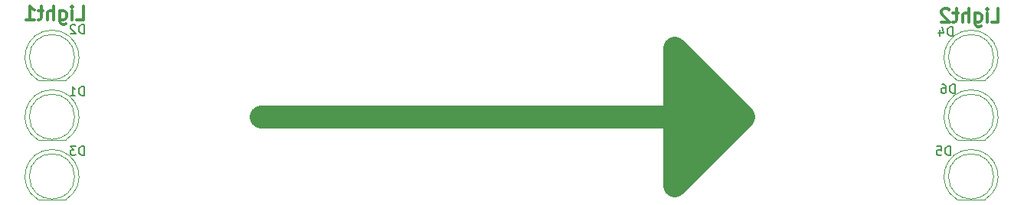
<source format=gbr>
G04 #@! TF.FileFunction,Legend,Bot*
%FSLAX46Y46*%
G04 Gerber Fmt 4.6, Leading zero omitted, Abs format (unit mm)*
G04 Created by KiCad (PCBNEW 4.0.7) date 06/27/18 15:52:41*
%MOMM*%
%LPD*%
G01*
G04 APERTURE LIST*
%ADD10C,0.150000*%
%ADD11C,2.540000*%
%ADD12C,0.300000*%
%ADD13C,0.120000*%
G04 APERTURE END LIST*
D10*
D11*
X55880000Y-59690000D02*
X109220000Y-59690000D01*
D12*
X136667143Y-49192571D02*
X137381429Y-49192571D01*
X137381429Y-47692571D01*
X136167143Y-49192571D02*
X136167143Y-48192571D01*
X136167143Y-47692571D02*
X136238572Y-47764000D01*
X136167143Y-47835429D01*
X136095715Y-47764000D01*
X136167143Y-47692571D01*
X136167143Y-47835429D01*
X134810000Y-48192571D02*
X134810000Y-49406857D01*
X134881429Y-49549714D01*
X134952857Y-49621143D01*
X135095714Y-49692571D01*
X135310000Y-49692571D01*
X135452857Y-49621143D01*
X134810000Y-49121143D02*
X134952857Y-49192571D01*
X135238571Y-49192571D01*
X135381429Y-49121143D01*
X135452857Y-49049714D01*
X135524286Y-48906857D01*
X135524286Y-48478286D01*
X135452857Y-48335429D01*
X135381429Y-48264000D01*
X135238571Y-48192571D01*
X134952857Y-48192571D01*
X134810000Y-48264000D01*
X134095714Y-49192571D02*
X134095714Y-47692571D01*
X133452857Y-49192571D02*
X133452857Y-48406857D01*
X133524286Y-48264000D01*
X133667143Y-48192571D01*
X133881428Y-48192571D01*
X134024286Y-48264000D01*
X134095714Y-48335429D01*
X132952857Y-48192571D02*
X132381428Y-48192571D01*
X132738571Y-47692571D02*
X132738571Y-48978286D01*
X132667143Y-49121143D01*
X132524285Y-49192571D01*
X132381428Y-49192571D01*
X131952857Y-47835429D02*
X131881428Y-47764000D01*
X131738571Y-47692571D01*
X131381428Y-47692571D01*
X131238571Y-47764000D01*
X131167142Y-47835429D01*
X131095714Y-47978286D01*
X131095714Y-48121143D01*
X131167142Y-48335429D01*
X132024285Y-49192571D01*
X131095714Y-49192571D01*
X35504571Y-48938571D02*
X36218857Y-48938571D01*
X36218857Y-47438571D01*
X35004571Y-48938571D02*
X35004571Y-47938571D01*
X35004571Y-47438571D02*
X35076000Y-47510000D01*
X35004571Y-47581429D01*
X34933143Y-47510000D01*
X35004571Y-47438571D01*
X35004571Y-47581429D01*
X33647428Y-47938571D02*
X33647428Y-49152857D01*
X33718857Y-49295714D01*
X33790285Y-49367143D01*
X33933142Y-49438571D01*
X34147428Y-49438571D01*
X34290285Y-49367143D01*
X33647428Y-48867143D02*
X33790285Y-48938571D01*
X34075999Y-48938571D01*
X34218857Y-48867143D01*
X34290285Y-48795714D01*
X34361714Y-48652857D01*
X34361714Y-48224286D01*
X34290285Y-48081429D01*
X34218857Y-48010000D01*
X34075999Y-47938571D01*
X33790285Y-47938571D01*
X33647428Y-48010000D01*
X32933142Y-48938571D02*
X32933142Y-47438571D01*
X32290285Y-48938571D02*
X32290285Y-48152857D01*
X32361714Y-48010000D01*
X32504571Y-47938571D01*
X32718856Y-47938571D01*
X32861714Y-48010000D01*
X32933142Y-48081429D01*
X31790285Y-47938571D02*
X31218856Y-47938571D01*
X31575999Y-47438571D02*
X31575999Y-48724286D01*
X31504571Y-48867143D01*
X31361713Y-48938571D01*
X31218856Y-48938571D01*
X29933142Y-48938571D02*
X30790285Y-48938571D01*
X30361713Y-48938571D02*
X30361713Y-47438571D01*
X30504570Y-47652857D01*
X30647428Y-47795714D01*
X30790285Y-47867143D01*
D11*
X105410000Y-57150000D02*
X104140000Y-57150000D01*
X105410000Y-60960000D02*
X105410000Y-57150000D01*
X102870000Y-63500000D02*
X105410000Y-60960000D01*
X102870000Y-55880000D02*
X102870000Y-63500000D01*
X101600000Y-67310000D02*
X109220000Y-59690000D01*
X101600000Y-52070000D02*
X101600000Y-67310000D01*
X109220000Y-59690000D02*
X101600000Y-52070000D01*
D13*
X32765538Y-56700000D02*
G75*
G02X34310830Y-62250000I462J-2990000D01*
G01*
X32766462Y-56700000D02*
G75*
G03X31221170Y-62250000I-462J-2990000D01*
G01*
X35266000Y-59690000D02*
G75*
G03X35266000Y-59690000I-2500000J0D01*
G01*
X34311000Y-62250000D02*
X31221000Y-62250000D01*
X32765538Y-50096000D02*
G75*
G02X34310830Y-55646000I462J-2990000D01*
G01*
X32766462Y-50096000D02*
G75*
G03X31221170Y-55646000I-462J-2990000D01*
G01*
X35266000Y-53086000D02*
G75*
G03X35266000Y-53086000I-2500000J0D01*
G01*
X34311000Y-55646000D02*
X31221000Y-55646000D01*
X32765538Y-63304000D02*
G75*
G02X34310830Y-68854000I462J-2990000D01*
G01*
X32766462Y-63304000D02*
G75*
G03X31221170Y-68854000I-462J-2990000D01*
G01*
X35266000Y-66294000D02*
G75*
G03X35266000Y-66294000I-2500000J0D01*
G01*
X34311000Y-68854000D02*
X31221000Y-68854000D01*
X134365538Y-50096000D02*
G75*
G02X135910830Y-55646000I462J-2990000D01*
G01*
X134366462Y-50096000D02*
G75*
G03X132821170Y-55646000I-462J-2990000D01*
G01*
X136866000Y-53086000D02*
G75*
G03X136866000Y-53086000I-2500000J0D01*
G01*
X135911000Y-55646000D02*
X132821000Y-55646000D01*
X134365538Y-63304000D02*
G75*
G02X135910830Y-68854000I462J-2990000D01*
G01*
X134366462Y-63304000D02*
G75*
G03X132821170Y-68854000I-462J-2990000D01*
G01*
X136866000Y-66294000D02*
G75*
G03X136866000Y-66294000I-2500000J0D01*
G01*
X135911000Y-68854000D02*
X132821000Y-68854000D01*
X134365538Y-56700000D02*
G75*
G02X135910830Y-62250000I462J-2990000D01*
G01*
X134366462Y-56700000D02*
G75*
G03X132821170Y-62250000I-462J-2990000D01*
G01*
X136866000Y-59690000D02*
G75*
G03X136866000Y-59690000I-2500000J0D01*
G01*
X135911000Y-62250000D02*
X132821000Y-62250000D01*
D10*
X36298095Y-57348381D02*
X36298095Y-56348381D01*
X36060000Y-56348381D01*
X35917142Y-56396000D01*
X35821904Y-56491238D01*
X35774285Y-56586476D01*
X35726666Y-56776952D01*
X35726666Y-56919810D01*
X35774285Y-57110286D01*
X35821904Y-57205524D01*
X35917142Y-57300762D01*
X36060000Y-57348381D01*
X36298095Y-57348381D01*
X34774285Y-57348381D02*
X35345714Y-57348381D01*
X35060000Y-57348381D02*
X35060000Y-56348381D01*
X35155238Y-56491238D01*
X35250476Y-56586476D01*
X35345714Y-56634095D01*
X36298095Y-50490381D02*
X36298095Y-49490381D01*
X36060000Y-49490381D01*
X35917142Y-49538000D01*
X35821904Y-49633238D01*
X35774285Y-49728476D01*
X35726666Y-49918952D01*
X35726666Y-50061810D01*
X35774285Y-50252286D01*
X35821904Y-50347524D01*
X35917142Y-50442762D01*
X36060000Y-50490381D01*
X36298095Y-50490381D01*
X35345714Y-49585619D02*
X35298095Y-49538000D01*
X35202857Y-49490381D01*
X34964761Y-49490381D01*
X34869523Y-49538000D01*
X34821904Y-49585619D01*
X34774285Y-49680857D01*
X34774285Y-49776095D01*
X34821904Y-49918952D01*
X35393333Y-50490381D01*
X34774285Y-50490381D01*
X36298095Y-63952381D02*
X36298095Y-62952381D01*
X36060000Y-62952381D01*
X35917142Y-63000000D01*
X35821904Y-63095238D01*
X35774285Y-63190476D01*
X35726666Y-63380952D01*
X35726666Y-63523810D01*
X35774285Y-63714286D01*
X35821904Y-63809524D01*
X35917142Y-63904762D01*
X36060000Y-63952381D01*
X36298095Y-63952381D01*
X35393333Y-62952381D02*
X34774285Y-62952381D01*
X35107619Y-63333333D01*
X34964761Y-63333333D01*
X34869523Y-63380952D01*
X34821904Y-63428571D01*
X34774285Y-63523810D01*
X34774285Y-63761905D01*
X34821904Y-63857143D01*
X34869523Y-63904762D01*
X34964761Y-63952381D01*
X35250476Y-63952381D01*
X35345714Y-63904762D01*
X35393333Y-63857143D01*
X132310095Y-50744381D02*
X132310095Y-49744381D01*
X132072000Y-49744381D01*
X131929142Y-49792000D01*
X131833904Y-49887238D01*
X131786285Y-49982476D01*
X131738666Y-50172952D01*
X131738666Y-50315810D01*
X131786285Y-50506286D01*
X131833904Y-50601524D01*
X131929142Y-50696762D01*
X132072000Y-50744381D01*
X132310095Y-50744381D01*
X130881523Y-50077714D02*
X130881523Y-50744381D01*
X131119619Y-49696762D02*
X131357714Y-50411048D01*
X130738666Y-50411048D01*
X132056095Y-63952381D02*
X132056095Y-62952381D01*
X131818000Y-62952381D01*
X131675142Y-63000000D01*
X131579904Y-63095238D01*
X131532285Y-63190476D01*
X131484666Y-63380952D01*
X131484666Y-63523810D01*
X131532285Y-63714286D01*
X131579904Y-63809524D01*
X131675142Y-63904762D01*
X131818000Y-63952381D01*
X132056095Y-63952381D01*
X130579904Y-62952381D02*
X131056095Y-62952381D01*
X131103714Y-63428571D01*
X131056095Y-63380952D01*
X130960857Y-63333333D01*
X130722761Y-63333333D01*
X130627523Y-63380952D01*
X130579904Y-63428571D01*
X130532285Y-63523810D01*
X130532285Y-63761905D01*
X130579904Y-63857143D01*
X130627523Y-63904762D01*
X130722761Y-63952381D01*
X130960857Y-63952381D01*
X131056095Y-63904762D01*
X131103714Y-63857143D01*
X132564095Y-57094381D02*
X132564095Y-56094381D01*
X132326000Y-56094381D01*
X132183142Y-56142000D01*
X132087904Y-56237238D01*
X132040285Y-56332476D01*
X131992666Y-56522952D01*
X131992666Y-56665810D01*
X132040285Y-56856286D01*
X132087904Y-56951524D01*
X132183142Y-57046762D01*
X132326000Y-57094381D01*
X132564095Y-57094381D01*
X131135523Y-56094381D02*
X131326000Y-56094381D01*
X131421238Y-56142000D01*
X131468857Y-56189619D01*
X131564095Y-56332476D01*
X131611714Y-56522952D01*
X131611714Y-56903905D01*
X131564095Y-56999143D01*
X131516476Y-57046762D01*
X131421238Y-57094381D01*
X131230761Y-57094381D01*
X131135523Y-57046762D01*
X131087904Y-56999143D01*
X131040285Y-56903905D01*
X131040285Y-56665810D01*
X131087904Y-56570571D01*
X131135523Y-56522952D01*
X131230761Y-56475333D01*
X131421238Y-56475333D01*
X131516476Y-56522952D01*
X131564095Y-56570571D01*
X131611714Y-56665810D01*
M02*

</source>
